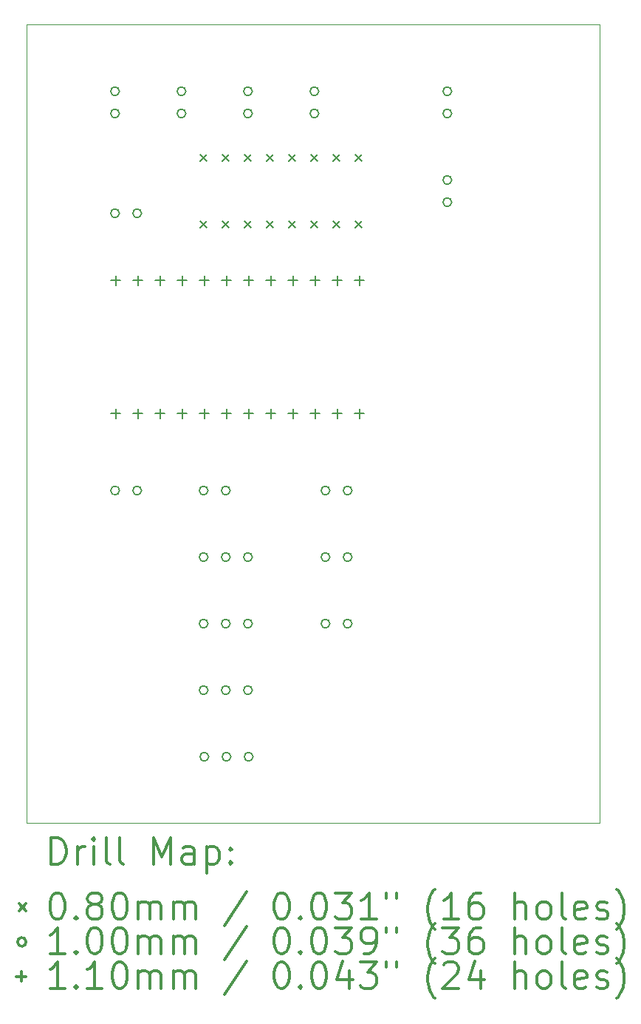
<source format=gbr>
%FSLAX45Y45*%
G04 Gerber Fmt 4.5, Leading zero omitted, Abs format (unit mm)*
G04 Created by KiCad (PCBNEW (5.1.4)-1) date 2019-11-27 14:19:10*
%MOMM*%
%LPD*%
G04 APERTURE LIST*
%ADD10C,0.050000*%
%ADD11C,0.200000*%
%ADD12C,0.300000*%
G04 APERTURE END LIST*
D10*
X10160000Y-3048000D02*
X16735000Y-3048000D01*
X16735000Y-3048000D02*
X16735000Y-12192500D01*
X10160000Y-12192000D02*
X16735000Y-12192500D01*
X10160000Y-11049000D02*
X10160000Y-12192000D01*
X10160000Y-11049000D02*
X10160000Y-3048000D01*
D11*
X12152000Y-4532000D02*
X12232000Y-4612000D01*
X12232000Y-4532000D02*
X12152000Y-4612000D01*
X12152000Y-5294000D02*
X12232000Y-5374000D01*
X12232000Y-5294000D02*
X12152000Y-5374000D01*
X12406000Y-4532000D02*
X12486000Y-4612000D01*
X12486000Y-4532000D02*
X12406000Y-4612000D01*
X12406000Y-5294000D02*
X12486000Y-5374000D01*
X12486000Y-5294000D02*
X12406000Y-5374000D01*
X12660000Y-4532000D02*
X12740000Y-4612000D01*
X12740000Y-4532000D02*
X12660000Y-4612000D01*
X12660000Y-5294000D02*
X12740000Y-5374000D01*
X12740000Y-5294000D02*
X12660000Y-5374000D01*
X12914000Y-4532000D02*
X12994000Y-4612000D01*
X12994000Y-4532000D02*
X12914000Y-4612000D01*
X12914000Y-5294000D02*
X12994000Y-5374000D01*
X12994000Y-5294000D02*
X12914000Y-5374000D01*
X13168000Y-4532000D02*
X13248000Y-4612000D01*
X13248000Y-4532000D02*
X13168000Y-4612000D01*
X13168000Y-5294000D02*
X13248000Y-5374000D01*
X13248000Y-5294000D02*
X13168000Y-5374000D01*
X13422000Y-4532000D02*
X13502000Y-4612000D01*
X13502000Y-4532000D02*
X13422000Y-4612000D01*
X13422000Y-5294000D02*
X13502000Y-5374000D01*
X13502000Y-5294000D02*
X13422000Y-5374000D01*
X13676000Y-4532000D02*
X13756000Y-4612000D01*
X13756000Y-4532000D02*
X13676000Y-4612000D01*
X13676000Y-5294000D02*
X13756000Y-5374000D01*
X13756000Y-5294000D02*
X13676000Y-5374000D01*
X13930000Y-4532000D02*
X14010000Y-4612000D01*
X14010000Y-4532000D02*
X13930000Y-4612000D01*
X13930000Y-5294000D02*
X14010000Y-5374000D01*
X14010000Y-5294000D02*
X13930000Y-5374000D01*
X11988000Y-3810000D02*
G75*
G03X11988000Y-3810000I-50000J0D01*
G01*
X11988000Y-4064000D02*
G75*
G03X11988000Y-4064000I-50000J0D01*
G01*
X13512000Y-3810000D02*
G75*
G03X13512000Y-3810000I-50000J0D01*
G01*
X13512000Y-4064000D02*
G75*
G03X13512000Y-4064000I-50000J0D01*
G01*
X15036000Y-3810000D02*
G75*
G03X15036000Y-3810000I-50000J0D01*
G01*
X15036000Y-4064000D02*
G75*
G03X15036000Y-4064000I-50000J0D01*
G01*
X12242000Y-9906000D02*
G75*
G03X12242000Y-9906000I-50000J0D01*
G01*
X12496000Y-9906000D02*
G75*
G03X12496000Y-9906000I-50000J0D01*
G01*
X12750000Y-9906000D02*
G75*
G03X12750000Y-9906000I-50000J0D01*
G01*
X12750000Y-3810000D02*
G75*
G03X12750000Y-3810000I-50000J0D01*
G01*
X12750000Y-4064000D02*
G75*
G03X12750000Y-4064000I-50000J0D01*
G01*
X15036000Y-4826000D02*
G75*
G03X15036000Y-4826000I-50000J0D01*
G01*
X15036000Y-5080000D02*
G75*
G03X15036000Y-5080000I-50000J0D01*
G01*
X13639000Y-9144000D02*
G75*
G03X13639000Y-9144000I-50000J0D01*
G01*
X13893000Y-9144000D02*
G75*
G03X13893000Y-9144000I-50000J0D01*
G01*
X12242000Y-8382000D02*
G75*
G03X12242000Y-8382000I-50000J0D01*
G01*
X12496000Y-8382000D02*
G75*
G03X12496000Y-8382000I-50000J0D01*
G01*
X12250000Y-11430000D02*
G75*
G03X12250000Y-11430000I-50000J0D01*
G01*
X12504000Y-11430000D02*
G75*
G03X12504000Y-11430000I-50000J0D01*
G01*
X12758000Y-11430000D02*
G75*
G03X12758000Y-11430000I-50000J0D01*
G01*
X11226000Y-5207000D02*
G75*
G03X11226000Y-5207000I-50000J0D01*
G01*
X11480000Y-5207000D02*
G75*
G03X11480000Y-5207000I-50000J0D01*
G01*
X12242000Y-9144000D02*
G75*
G03X12242000Y-9144000I-50000J0D01*
G01*
X12496000Y-9144000D02*
G75*
G03X12496000Y-9144000I-50000J0D01*
G01*
X12750000Y-9144000D02*
G75*
G03X12750000Y-9144000I-50000J0D01*
G01*
X11226000Y-3810000D02*
G75*
G03X11226000Y-3810000I-50000J0D01*
G01*
X11226000Y-4064000D02*
G75*
G03X11226000Y-4064000I-50000J0D01*
G01*
X13639000Y-8382000D02*
G75*
G03X13639000Y-8382000I-50000J0D01*
G01*
X13893000Y-8382000D02*
G75*
G03X13893000Y-8382000I-50000J0D01*
G01*
X12242000Y-10668000D02*
G75*
G03X12242000Y-10668000I-50000J0D01*
G01*
X12496000Y-10668000D02*
G75*
G03X12496000Y-10668000I-50000J0D01*
G01*
X12750000Y-10668000D02*
G75*
G03X12750000Y-10668000I-50000J0D01*
G01*
X11480000Y-8382000D02*
G75*
G03X11480000Y-8382000I-50000J0D01*
G01*
X11227000Y-8382000D02*
G75*
G03X11227000Y-8382000I-50000J0D01*
G01*
X13639000Y-9906000D02*
G75*
G03X13639000Y-9906000I-50000J0D01*
G01*
X13893000Y-9906000D02*
G75*
G03X13893000Y-9906000I-50000J0D01*
G01*
X11183500Y-5921500D02*
X11183500Y-6031500D01*
X11128500Y-5976500D02*
X11238500Y-5976500D01*
X11183500Y-7445500D02*
X11183500Y-7555500D01*
X11128500Y-7500500D02*
X11238500Y-7500500D01*
X11437500Y-5921500D02*
X11437500Y-6031500D01*
X11382500Y-5976500D02*
X11492500Y-5976500D01*
X11437500Y-7445500D02*
X11437500Y-7555500D01*
X11382500Y-7500500D02*
X11492500Y-7500500D01*
X11691500Y-5921500D02*
X11691500Y-6031500D01*
X11636500Y-5976500D02*
X11746500Y-5976500D01*
X11691500Y-7445500D02*
X11691500Y-7555500D01*
X11636500Y-7500500D02*
X11746500Y-7500500D01*
X11945500Y-5921500D02*
X11945500Y-6031500D01*
X11890500Y-5976500D02*
X12000500Y-5976500D01*
X11945500Y-7445500D02*
X11945500Y-7555500D01*
X11890500Y-7500500D02*
X12000500Y-7500500D01*
X12199500Y-5921500D02*
X12199500Y-6031500D01*
X12144500Y-5976500D02*
X12254500Y-5976500D01*
X12199500Y-7445500D02*
X12199500Y-7555500D01*
X12144500Y-7500500D02*
X12254500Y-7500500D01*
X12453500Y-5921500D02*
X12453500Y-6031500D01*
X12398500Y-5976500D02*
X12508500Y-5976500D01*
X12453500Y-7445500D02*
X12453500Y-7555500D01*
X12398500Y-7500500D02*
X12508500Y-7500500D01*
X12707500Y-5921500D02*
X12707500Y-6031500D01*
X12652500Y-5976500D02*
X12762500Y-5976500D01*
X12707500Y-7445500D02*
X12707500Y-7555500D01*
X12652500Y-7500500D02*
X12762500Y-7500500D01*
X12961500Y-5921500D02*
X12961500Y-6031500D01*
X12906500Y-5976500D02*
X13016500Y-5976500D01*
X12961500Y-7445500D02*
X12961500Y-7555500D01*
X12906500Y-7500500D02*
X13016500Y-7500500D01*
X13215500Y-5921500D02*
X13215500Y-6031500D01*
X13160500Y-5976500D02*
X13270500Y-5976500D01*
X13215500Y-7445500D02*
X13215500Y-7555500D01*
X13160500Y-7500500D02*
X13270500Y-7500500D01*
X13469500Y-5921500D02*
X13469500Y-6031500D01*
X13414500Y-5976500D02*
X13524500Y-5976500D01*
X13469500Y-7445500D02*
X13469500Y-7555500D01*
X13414500Y-7500500D02*
X13524500Y-7500500D01*
X13723500Y-5921500D02*
X13723500Y-6031500D01*
X13668500Y-5976500D02*
X13778500Y-5976500D01*
X13723500Y-7445500D02*
X13723500Y-7555500D01*
X13668500Y-7500500D02*
X13778500Y-7500500D01*
X13977500Y-5921500D02*
X13977500Y-6031500D01*
X13922500Y-5976500D02*
X14032500Y-5976500D01*
X13977500Y-7445500D02*
X13977500Y-7555500D01*
X13922500Y-7500500D02*
X14032500Y-7500500D01*
D12*
X10443928Y-12660714D02*
X10443928Y-12360714D01*
X10515357Y-12360714D01*
X10558214Y-12375000D01*
X10586786Y-12403571D01*
X10601071Y-12432143D01*
X10615357Y-12489286D01*
X10615357Y-12532143D01*
X10601071Y-12589286D01*
X10586786Y-12617857D01*
X10558214Y-12646429D01*
X10515357Y-12660714D01*
X10443928Y-12660714D01*
X10743928Y-12660714D02*
X10743928Y-12460714D01*
X10743928Y-12517857D02*
X10758214Y-12489286D01*
X10772500Y-12475000D01*
X10801071Y-12460714D01*
X10829643Y-12460714D01*
X10929643Y-12660714D02*
X10929643Y-12460714D01*
X10929643Y-12360714D02*
X10915357Y-12375000D01*
X10929643Y-12389286D01*
X10943928Y-12375000D01*
X10929643Y-12360714D01*
X10929643Y-12389286D01*
X11115357Y-12660714D02*
X11086786Y-12646429D01*
X11072500Y-12617857D01*
X11072500Y-12360714D01*
X11272500Y-12660714D02*
X11243928Y-12646429D01*
X11229643Y-12617857D01*
X11229643Y-12360714D01*
X11615357Y-12660714D02*
X11615357Y-12360714D01*
X11715357Y-12575000D01*
X11815357Y-12360714D01*
X11815357Y-12660714D01*
X12086786Y-12660714D02*
X12086786Y-12503571D01*
X12072500Y-12475000D01*
X12043928Y-12460714D01*
X11986786Y-12460714D01*
X11958214Y-12475000D01*
X12086786Y-12646429D02*
X12058214Y-12660714D01*
X11986786Y-12660714D01*
X11958214Y-12646429D01*
X11943928Y-12617857D01*
X11943928Y-12589286D01*
X11958214Y-12560714D01*
X11986786Y-12546429D01*
X12058214Y-12546429D01*
X12086786Y-12532143D01*
X12229643Y-12460714D02*
X12229643Y-12760714D01*
X12229643Y-12475000D02*
X12258214Y-12460714D01*
X12315357Y-12460714D01*
X12343928Y-12475000D01*
X12358214Y-12489286D01*
X12372500Y-12517857D01*
X12372500Y-12603571D01*
X12358214Y-12632143D01*
X12343928Y-12646429D01*
X12315357Y-12660714D01*
X12258214Y-12660714D01*
X12229643Y-12646429D01*
X12501071Y-12632143D02*
X12515357Y-12646429D01*
X12501071Y-12660714D01*
X12486786Y-12646429D01*
X12501071Y-12632143D01*
X12501071Y-12660714D01*
X12501071Y-12475000D02*
X12515357Y-12489286D01*
X12501071Y-12503571D01*
X12486786Y-12489286D01*
X12501071Y-12475000D01*
X12501071Y-12503571D01*
X10077500Y-13115000D02*
X10157500Y-13195000D01*
X10157500Y-13115000D02*
X10077500Y-13195000D01*
X10501071Y-12990714D02*
X10529643Y-12990714D01*
X10558214Y-13005000D01*
X10572500Y-13019286D01*
X10586786Y-13047857D01*
X10601071Y-13105000D01*
X10601071Y-13176429D01*
X10586786Y-13233571D01*
X10572500Y-13262143D01*
X10558214Y-13276429D01*
X10529643Y-13290714D01*
X10501071Y-13290714D01*
X10472500Y-13276429D01*
X10458214Y-13262143D01*
X10443928Y-13233571D01*
X10429643Y-13176429D01*
X10429643Y-13105000D01*
X10443928Y-13047857D01*
X10458214Y-13019286D01*
X10472500Y-13005000D01*
X10501071Y-12990714D01*
X10729643Y-13262143D02*
X10743928Y-13276429D01*
X10729643Y-13290714D01*
X10715357Y-13276429D01*
X10729643Y-13262143D01*
X10729643Y-13290714D01*
X10915357Y-13119286D02*
X10886786Y-13105000D01*
X10872500Y-13090714D01*
X10858214Y-13062143D01*
X10858214Y-13047857D01*
X10872500Y-13019286D01*
X10886786Y-13005000D01*
X10915357Y-12990714D01*
X10972500Y-12990714D01*
X11001071Y-13005000D01*
X11015357Y-13019286D01*
X11029643Y-13047857D01*
X11029643Y-13062143D01*
X11015357Y-13090714D01*
X11001071Y-13105000D01*
X10972500Y-13119286D01*
X10915357Y-13119286D01*
X10886786Y-13133571D01*
X10872500Y-13147857D01*
X10858214Y-13176429D01*
X10858214Y-13233571D01*
X10872500Y-13262143D01*
X10886786Y-13276429D01*
X10915357Y-13290714D01*
X10972500Y-13290714D01*
X11001071Y-13276429D01*
X11015357Y-13262143D01*
X11029643Y-13233571D01*
X11029643Y-13176429D01*
X11015357Y-13147857D01*
X11001071Y-13133571D01*
X10972500Y-13119286D01*
X11215357Y-12990714D02*
X11243928Y-12990714D01*
X11272500Y-13005000D01*
X11286786Y-13019286D01*
X11301071Y-13047857D01*
X11315357Y-13105000D01*
X11315357Y-13176429D01*
X11301071Y-13233571D01*
X11286786Y-13262143D01*
X11272500Y-13276429D01*
X11243928Y-13290714D01*
X11215357Y-13290714D01*
X11186786Y-13276429D01*
X11172500Y-13262143D01*
X11158214Y-13233571D01*
X11143928Y-13176429D01*
X11143928Y-13105000D01*
X11158214Y-13047857D01*
X11172500Y-13019286D01*
X11186786Y-13005000D01*
X11215357Y-12990714D01*
X11443928Y-13290714D02*
X11443928Y-13090714D01*
X11443928Y-13119286D02*
X11458214Y-13105000D01*
X11486786Y-13090714D01*
X11529643Y-13090714D01*
X11558214Y-13105000D01*
X11572500Y-13133571D01*
X11572500Y-13290714D01*
X11572500Y-13133571D02*
X11586786Y-13105000D01*
X11615357Y-13090714D01*
X11658214Y-13090714D01*
X11686786Y-13105000D01*
X11701071Y-13133571D01*
X11701071Y-13290714D01*
X11843928Y-13290714D02*
X11843928Y-13090714D01*
X11843928Y-13119286D02*
X11858214Y-13105000D01*
X11886786Y-13090714D01*
X11929643Y-13090714D01*
X11958214Y-13105000D01*
X11972500Y-13133571D01*
X11972500Y-13290714D01*
X11972500Y-13133571D02*
X11986786Y-13105000D01*
X12015357Y-13090714D01*
X12058214Y-13090714D01*
X12086786Y-13105000D01*
X12101071Y-13133571D01*
X12101071Y-13290714D01*
X12686786Y-12976429D02*
X12429643Y-13362143D01*
X13072500Y-12990714D02*
X13101071Y-12990714D01*
X13129643Y-13005000D01*
X13143928Y-13019286D01*
X13158214Y-13047857D01*
X13172500Y-13105000D01*
X13172500Y-13176429D01*
X13158214Y-13233571D01*
X13143928Y-13262143D01*
X13129643Y-13276429D01*
X13101071Y-13290714D01*
X13072500Y-13290714D01*
X13043928Y-13276429D01*
X13029643Y-13262143D01*
X13015357Y-13233571D01*
X13001071Y-13176429D01*
X13001071Y-13105000D01*
X13015357Y-13047857D01*
X13029643Y-13019286D01*
X13043928Y-13005000D01*
X13072500Y-12990714D01*
X13301071Y-13262143D02*
X13315357Y-13276429D01*
X13301071Y-13290714D01*
X13286786Y-13276429D01*
X13301071Y-13262143D01*
X13301071Y-13290714D01*
X13501071Y-12990714D02*
X13529643Y-12990714D01*
X13558214Y-13005000D01*
X13572500Y-13019286D01*
X13586786Y-13047857D01*
X13601071Y-13105000D01*
X13601071Y-13176429D01*
X13586786Y-13233571D01*
X13572500Y-13262143D01*
X13558214Y-13276429D01*
X13529643Y-13290714D01*
X13501071Y-13290714D01*
X13472500Y-13276429D01*
X13458214Y-13262143D01*
X13443928Y-13233571D01*
X13429643Y-13176429D01*
X13429643Y-13105000D01*
X13443928Y-13047857D01*
X13458214Y-13019286D01*
X13472500Y-13005000D01*
X13501071Y-12990714D01*
X13701071Y-12990714D02*
X13886786Y-12990714D01*
X13786786Y-13105000D01*
X13829643Y-13105000D01*
X13858214Y-13119286D01*
X13872500Y-13133571D01*
X13886786Y-13162143D01*
X13886786Y-13233571D01*
X13872500Y-13262143D01*
X13858214Y-13276429D01*
X13829643Y-13290714D01*
X13743928Y-13290714D01*
X13715357Y-13276429D01*
X13701071Y-13262143D01*
X14172500Y-13290714D02*
X14001071Y-13290714D01*
X14086786Y-13290714D02*
X14086786Y-12990714D01*
X14058214Y-13033571D01*
X14029643Y-13062143D01*
X14001071Y-13076429D01*
X14286786Y-12990714D02*
X14286786Y-13047857D01*
X14401071Y-12990714D02*
X14401071Y-13047857D01*
X14843928Y-13405000D02*
X14829643Y-13390714D01*
X14801071Y-13347857D01*
X14786786Y-13319286D01*
X14772500Y-13276429D01*
X14758214Y-13205000D01*
X14758214Y-13147857D01*
X14772500Y-13076429D01*
X14786786Y-13033571D01*
X14801071Y-13005000D01*
X14829643Y-12962143D01*
X14843928Y-12947857D01*
X15115357Y-13290714D02*
X14943928Y-13290714D01*
X15029643Y-13290714D02*
X15029643Y-12990714D01*
X15001071Y-13033571D01*
X14972500Y-13062143D01*
X14943928Y-13076429D01*
X15372500Y-12990714D02*
X15315357Y-12990714D01*
X15286786Y-13005000D01*
X15272500Y-13019286D01*
X15243928Y-13062143D01*
X15229643Y-13119286D01*
X15229643Y-13233571D01*
X15243928Y-13262143D01*
X15258214Y-13276429D01*
X15286786Y-13290714D01*
X15343928Y-13290714D01*
X15372500Y-13276429D01*
X15386786Y-13262143D01*
X15401071Y-13233571D01*
X15401071Y-13162143D01*
X15386786Y-13133571D01*
X15372500Y-13119286D01*
X15343928Y-13105000D01*
X15286786Y-13105000D01*
X15258214Y-13119286D01*
X15243928Y-13133571D01*
X15229643Y-13162143D01*
X15758214Y-13290714D02*
X15758214Y-12990714D01*
X15886786Y-13290714D02*
X15886786Y-13133571D01*
X15872500Y-13105000D01*
X15843928Y-13090714D01*
X15801071Y-13090714D01*
X15772500Y-13105000D01*
X15758214Y-13119286D01*
X16072500Y-13290714D02*
X16043928Y-13276429D01*
X16029643Y-13262143D01*
X16015357Y-13233571D01*
X16015357Y-13147857D01*
X16029643Y-13119286D01*
X16043928Y-13105000D01*
X16072500Y-13090714D01*
X16115357Y-13090714D01*
X16143928Y-13105000D01*
X16158214Y-13119286D01*
X16172500Y-13147857D01*
X16172500Y-13233571D01*
X16158214Y-13262143D01*
X16143928Y-13276429D01*
X16115357Y-13290714D01*
X16072500Y-13290714D01*
X16343928Y-13290714D02*
X16315357Y-13276429D01*
X16301071Y-13247857D01*
X16301071Y-12990714D01*
X16572500Y-13276429D02*
X16543928Y-13290714D01*
X16486786Y-13290714D01*
X16458214Y-13276429D01*
X16443928Y-13247857D01*
X16443928Y-13133571D01*
X16458214Y-13105000D01*
X16486786Y-13090714D01*
X16543928Y-13090714D01*
X16572500Y-13105000D01*
X16586786Y-13133571D01*
X16586786Y-13162143D01*
X16443928Y-13190714D01*
X16701071Y-13276429D02*
X16729643Y-13290714D01*
X16786786Y-13290714D01*
X16815357Y-13276429D01*
X16829643Y-13247857D01*
X16829643Y-13233571D01*
X16815357Y-13205000D01*
X16786786Y-13190714D01*
X16743928Y-13190714D01*
X16715357Y-13176429D01*
X16701071Y-13147857D01*
X16701071Y-13133571D01*
X16715357Y-13105000D01*
X16743928Y-13090714D01*
X16786786Y-13090714D01*
X16815357Y-13105000D01*
X16929643Y-13405000D02*
X16943928Y-13390714D01*
X16972500Y-13347857D01*
X16986786Y-13319286D01*
X17001071Y-13276429D01*
X17015357Y-13205000D01*
X17015357Y-13147857D01*
X17001071Y-13076429D01*
X16986786Y-13033571D01*
X16972500Y-13005000D01*
X16943928Y-12962143D01*
X16929643Y-12947857D01*
X10157500Y-13551000D02*
G75*
G03X10157500Y-13551000I-50000J0D01*
G01*
X10601071Y-13686714D02*
X10429643Y-13686714D01*
X10515357Y-13686714D02*
X10515357Y-13386714D01*
X10486786Y-13429571D01*
X10458214Y-13458143D01*
X10429643Y-13472429D01*
X10729643Y-13658143D02*
X10743928Y-13672429D01*
X10729643Y-13686714D01*
X10715357Y-13672429D01*
X10729643Y-13658143D01*
X10729643Y-13686714D01*
X10929643Y-13386714D02*
X10958214Y-13386714D01*
X10986786Y-13401000D01*
X11001071Y-13415286D01*
X11015357Y-13443857D01*
X11029643Y-13501000D01*
X11029643Y-13572429D01*
X11015357Y-13629571D01*
X11001071Y-13658143D01*
X10986786Y-13672429D01*
X10958214Y-13686714D01*
X10929643Y-13686714D01*
X10901071Y-13672429D01*
X10886786Y-13658143D01*
X10872500Y-13629571D01*
X10858214Y-13572429D01*
X10858214Y-13501000D01*
X10872500Y-13443857D01*
X10886786Y-13415286D01*
X10901071Y-13401000D01*
X10929643Y-13386714D01*
X11215357Y-13386714D02*
X11243928Y-13386714D01*
X11272500Y-13401000D01*
X11286786Y-13415286D01*
X11301071Y-13443857D01*
X11315357Y-13501000D01*
X11315357Y-13572429D01*
X11301071Y-13629571D01*
X11286786Y-13658143D01*
X11272500Y-13672429D01*
X11243928Y-13686714D01*
X11215357Y-13686714D01*
X11186786Y-13672429D01*
X11172500Y-13658143D01*
X11158214Y-13629571D01*
X11143928Y-13572429D01*
X11143928Y-13501000D01*
X11158214Y-13443857D01*
X11172500Y-13415286D01*
X11186786Y-13401000D01*
X11215357Y-13386714D01*
X11443928Y-13686714D02*
X11443928Y-13486714D01*
X11443928Y-13515286D02*
X11458214Y-13501000D01*
X11486786Y-13486714D01*
X11529643Y-13486714D01*
X11558214Y-13501000D01*
X11572500Y-13529571D01*
X11572500Y-13686714D01*
X11572500Y-13529571D02*
X11586786Y-13501000D01*
X11615357Y-13486714D01*
X11658214Y-13486714D01*
X11686786Y-13501000D01*
X11701071Y-13529571D01*
X11701071Y-13686714D01*
X11843928Y-13686714D02*
X11843928Y-13486714D01*
X11843928Y-13515286D02*
X11858214Y-13501000D01*
X11886786Y-13486714D01*
X11929643Y-13486714D01*
X11958214Y-13501000D01*
X11972500Y-13529571D01*
X11972500Y-13686714D01*
X11972500Y-13529571D02*
X11986786Y-13501000D01*
X12015357Y-13486714D01*
X12058214Y-13486714D01*
X12086786Y-13501000D01*
X12101071Y-13529571D01*
X12101071Y-13686714D01*
X12686786Y-13372429D02*
X12429643Y-13758143D01*
X13072500Y-13386714D02*
X13101071Y-13386714D01*
X13129643Y-13401000D01*
X13143928Y-13415286D01*
X13158214Y-13443857D01*
X13172500Y-13501000D01*
X13172500Y-13572429D01*
X13158214Y-13629571D01*
X13143928Y-13658143D01*
X13129643Y-13672429D01*
X13101071Y-13686714D01*
X13072500Y-13686714D01*
X13043928Y-13672429D01*
X13029643Y-13658143D01*
X13015357Y-13629571D01*
X13001071Y-13572429D01*
X13001071Y-13501000D01*
X13015357Y-13443857D01*
X13029643Y-13415286D01*
X13043928Y-13401000D01*
X13072500Y-13386714D01*
X13301071Y-13658143D02*
X13315357Y-13672429D01*
X13301071Y-13686714D01*
X13286786Y-13672429D01*
X13301071Y-13658143D01*
X13301071Y-13686714D01*
X13501071Y-13386714D02*
X13529643Y-13386714D01*
X13558214Y-13401000D01*
X13572500Y-13415286D01*
X13586786Y-13443857D01*
X13601071Y-13501000D01*
X13601071Y-13572429D01*
X13586786Y-13629571D01*
X13572500Y-13658143D01*
X13558214Y-13672429D01*
X13529643Y-13686714D01*
X13501071Y-13686714D01*
X13472500Y-13672429D01*
X13458214Y-13658143D01*
X13443928Y-13629571D01*
X13429643Y-13572429D01*
X13429643Y-13501000D01*
X13443928Y-13443857D01*
X13458214Y-13415286D01*
X13472500Y-13401000D01*
X13501071Y-13386714D01*
X13701071Y-13386714D02*
X13886786Y-13386714D01*
X13786786Y-13501000D01*
X13829643Y-13501000D01*
X13858214Y-13515286D01*
X13872500Y-13529571D01*
X13886786Y-13558143D01*
X13886786Y-13629571D01*
X13872500Y-13658143D01*
X13858214Y-13672429D01*
X13829643Y-13686714D01*
X13743928Y-13686714D01*
X13715357Y-13672429D01*
X13701071Y-13658143D01*
X14029643Y-13686714D02*
X14086786Y-13686714D01*
X14115357Y-13672429D01*
X14129643Y-13658143D01*
X14158214Y-13615286D01*
X14172500Y-13558143D01*
X14172500Y-13443857D01*
X14158214Y-13415286D01*
X14143928Y-13401000D01*
X14115357Y-13386714D01*
X14058214Y-13386714D01*
X14029643Y-13401000D01*
X14015357Y-13415286D01*
X14001071Y-13443857D01*
X14001071Y-13515286D01*
X14015357Y-13543857D01*
X14029643Y-13558143D01*
X14058214Y-13572429D01*
X14115357Y-13572429D01*
X14143928Y-13558143D01*
X14158214Y-13543857D01*
X14172500Y-13515286D01*
X14286786Y-13386714D02*
X14286786Y-13443857D01*
X14401071Y-13386714D02*
X14401071Y-13443857D01*
X14843928Y-13801000D02*
X14829643Y-13786714D01*
X14801071Y-13743857D01*
X14786786Y-13715286D01*
X14772500Y-13672429D01*
X14758214Y-13601000D01*
X14758214Y-13543857D01*
X14772500Y-13472429D01*
X14786786Y-13429571D01*
X14801071Y-13401000D01*
X14829643Y-13358143D01*
X14843928Y-13343857D01*
X14929643Y-13386714D02*
X15115357Y-13386714D01*
X15015357Y-13501000D01*
X15058214Y-13501000D01*
X15086786Y-13515286D01*
X15101071Y-13529571D01*
X15115357Y-13558143D01*
X15115357Y-13629571D01*
X15101071Y-13658143D01*
X15086786Y-13672429D01*
X15058214Y-13686714D01*
X14972500Y-13686714D01*
X14943928Y-13672429D01*
X14929643Y-13658143D01*
X15372500Y-13386714D02*
X15315357Y-13386714D01*
X15286786Y-13401000D01*
X15272500Y-13415286D01*
X15243928Y-13458143D01*
X15229643Y-13515286D01*
X15229643Y-13629571D01*
X15243928Y-13658143D01*
X15258214Y-13672429D01*
X15286786Y-13686714D01*
X15343928Y-13686714D01*
X15372500Y-13672429D01*
X15386786Y-13658143D01*
X15401071Y-13629571D01*
X15401071Y-13558143D01*
X15386786Y-13529571D01*
X15372500Y-13515286D01*
X15343928Y-13501000D01*
X15286786Y-13501000D01*
X15258214Y-13515286D01*
X15243928Y-13529571D01*
X15229643Y-13558143D01*
X15758214Y-13686714D02*
X15758214Y-13386714D01*
X15886786Y-13686714D02*
X15886786Y-13529571D01*
X15872500Y-13501000D01*
X15843928Y-13486714D01*
X15801071Y-13486714D01*
X15772500Y-13501000D01*
X15758214Y-13515286D01*
X16072500Y-13686714D02*
X16043928Y-13672429D01*
X16029643Y-13658143D01*
X16015357Y-13629571D01*
X16015357Y-13543857D01*
X16029643Y-13515286D01*
X16043928Y-13501000D01*
X16072500Y-13486714D01*
X16115357Y-13486714D01*
X16143928Y-13501000D01*
X16158214Y-13515286D01*
X16172500Y-13543857D01*
X16172500Y-13629571D01*
X16158214Y-13658143D01*
X16143928Y-13672429D01*
X16115357Y-13686714D01*
X16072500Y-13686714D01*
X16343928Y-13686714D02*
X16315357Y-13672429D01*
X16301071Y-13643857D01*
X16301071Y-13386714D01*
X16572500Y-13672429D02*
X16543928Y-13686714D01*
X16486786Y-13686714D01*
X16458214Y-13672429D01*
X16443928Y-13643857D01*
X16443928Y-13529571D01*
X16458214Y-13501000D01*
X16486786Y-13486714D01*
X16543928Y-13486714D01*
X16572500Y-13501000D01*
X16586786Y-13529571D01*
X16586786Y-13558143D01*
X16443928Y-13586714D01*
X16701071Y-13672429D02*
X16729643Y-13686714D01*
X16786786Y-13686714D01*
X16815357Y-13672429D01*
X16829643Y-13643857D01*
X16829643Y-13629571D01*
X16815357Y-13601000D01*
X16786786Y-13586714D01*
X16743928Y-13586714D01*
X16715357Y-13572429D01*
X16701071Y-13543857D01*
X16701071Y-13529571D01*
X16715357Y-13501000D01*
X16743928Y-13486714D01*
X16786786Y-13486714D01*
X16815357Y-13501000D01*
X16929643Y-13801000D02*
X16943928Y-13786714D01*
X16972500Y-13743857D01*
X16986786Y-13715286D01*
X17001071Y-13672429D01*
X17015357Y-13601000D01*
X17015357Y-13543857D01*
X17001071Y-13472429D01*
X16986786Y-13429571D01*
X16972500Y-13401000D01*
X16943928Y-13358143D01*
X16929643Y-13343857D01*
X10102500Y-13892000D02*
X10102500Y-14002000D01*
X10047500Y-13947000D02*
X10157500Y-13947000D01*
X10601071Y-14082714D02*
X10429643Y-14082714D01*
X10515357Y-14082714D02*
X10515357Y-13782714D01*
X10486786Y-13825571D01*
X10458214Y-13854143D01*
X10429643Y-13868429D01*
X10729643Y-14054143D02*
X10743928Y-14068429D01*
X10729643Y-14082714D01*
X10715357Y-14068429D01*
X10729643Y-14054143D01*
X10729643Y-14082714D01*
X11029643Y-14082714D02*
X10858214Y-14082714D01*
X10943928Y-14082714D02*
X10943928Y-13782714D01*
X10915357Y-13825571D01*
X10886786Y-13854143D01*
X10858214Y-13868429D01*
X11215357Y-13782714D02*
X11243928Y-13782714D01*
X11272500Y-13797000D01*
X11286786Y-13811286D01*
X11301071Y-13839857D01*
X11315357Y-13897000D01*
X11315357Y-13968429D01*
X11301071Y-14025571D01*
X11286786Y-14054143D01*
X11272500Y-14068429D01*
X11243928Y-14082714D01*
X11215357Y-14082714D01*
X11186786Y-14068429D01*
X11172500Y-14054143D01*
X11158214Y-14025571D01*
X11143928Y-13968429D01*
X11143928Y-13897000D01*
X11158214Y-13839857D01*
X11172500Y-13811286D01*
X11186786Y-13797000D01*
X11215357Y-13782714D01*
X11443928Y-14082714D02*
X11443928Y-13882714D01*
X11443928Y-13911286D02*
X11458214Y-13897000D01*
X11486786Y-13882714D01*
X11529643Y-13882714D01*
X11558214Y-13897000D01*
X11572500Y-13925571D01*
X11572500Y-14082714D01*
X11572500Y-13925571D02*
X11586786Y-13897000D01*
X11615357Y-13882714D01*
X11658214Y-13882714D01*
X11686786Y-13897000D01*
X11701071Y-13925571D01*
X11701071Y-14082714D01*
X11843928Y-14082714D02*
X11843928Y-13882714D01*
X11843928Y-13911286D02*
X11858214Y-13897000D01*
X11886786Y-13882714D01*
X11929643Y-13882714D01*
X11958214Y-13897000D01*
X11972500Y-13925571D01*
X11972500Y-14082714D01*
X11972500Y-13925571D02*
X11986786Y-13897000D01*
X12015357Y-13882714D01*
X12058214Y-13882714D01*
X12086786Y-13897000D01*
X12101071Y-13925571D01*
X12101071Y-14082714D01*
X12686786Y-13768429D02*
X12429643Y-14154143D01*
X13072500Y-13782714D02*
X13101071Y-13782714D01*
X13129643Y-13797000D01*
X13143928Y-13811286D01*
X13158214Y-13839857D01*
X13172500Y-13897000D01*
X13172500Y-13968429D01*
X13158214Y-14025571D01*
X13143928Y-14054143D01*
X13129643Y-14068429D01*
X13101071Y-14082714D01*
X13072500Y-14082714D01*
X13043928Y-14068429D01*
X13029643Y-14054143D01*
X13015357Y-14025571D01*
X13001071Y-13968429D01*
X13001071Y-13897000D01*
X13015357Y-13839857D01*
X13029643Y-13811286D01*
X13043928Y-13797000D01*
X13072500Y-13782714D01*
X13301071Y-14054143D02*
X13315357Y-14068429D01*
X13301071Y-14082714D01*
X13286786Y-14068429D01*
X13301071Y-14054143D01*
X13301071Y-14082714D01*
X13501071Y-13782714D02*
X13529643Y-13782714D01*
X13558214Y-13797000D01*
X13572500Y-13811286D01*
X13586786Y-13839857D01*
X13601071Y-13897000D01*
X13601071Y-13968429D01*
X13586786Y-14025571D01*
X13572500Y-14054143D01*
X13558214Y-14068429D01*
X13529643Y-14082714D01*
X13501071Y-14082714D01*
X13472500Y-14068429D01*
X13458214Y-14054143D01*
X13443928Y-14025571D01*
X13429643Y-13968429D01*
X13429643Y-13897000D01*
X13443928Y-13839857D01*
X13458214Y-13811286D01*
X13472500Y-13797000D01*
X13501071Y-13782714D01*
X13858214Y-13882714D02*
X13858214Y-14082714D01*
X13786786Y-13768429D02*
X13715357Y-13982714D01*
X13901071Y-13982714D01*
X13986786Y-13782714D02*
X14172500Y-13782714D01*
X14072500Y-13897000D01*
X14115357Y-13897000D01*
X14143928Y-13911286D01*
X14158214Y-13925571D01*
X14172500Y-13954143D01*
X14172500Y-14025571D01*
X14158214Y-14054143D01*
X14143928Y-14068429D01*
X14115357Y-14082714D01*
X14029643Y-14082714D01*
X14001071Y-14068429D01*
X13986786Y-14054143D01*
X14286786Y-13782714D02*
X14286786Y-13839857D01*
X14401071Y-13782714D02*
X14401071Y-13839857D01*
X14843928Y-14197000D02*
X14829643Y-14182714D01*
X14801071Y-14139857D01*
X14786786Y-14111286D01*
X14772500Y-14068429D01*
X14758214Y-13997000D01*
X14758214Y-13939857D01*
X14772500Y-13868429D01*
X14786786Y-13825571D01*
X14801071Y-13797000D01*
X14829643Y-13754143D01*
X14843928Y-13739857D01*
X14943928Y-13811286D02*
X14958214Y-13797000D01*
X14986786Y-13782714D01*
X15058214Y-13782714D01*
X15086786Y-13797000D01*
X15101071Y-13811286D01*
X15115357Y-13839857D01*
X15115357Y-13868429D01*
X15101071Y-13911286D01*
X14929643Y-14082714D01*
X15115357Y-14082714D01*
X15372500Y-13882714D02*
X15372500Y-14082714D01*
X15301071Y-13768429D02*
X15229643Y-13982714D01*
X15415357Y-13982714D01*
X15758214Y-14082714D02*
X15758214Y-13782714D01*
X15886786Y-14082714D02*
X15886786Y-13925571D01*
X15872500Y-13897000D01*
X15843928Y-13882714D01*
X15801071Y-13882714D01*
X15772500Y-13897000D01*
X15758214Y-13911286D01*
X16072500Y-14082714D02*
X16043928Y-14068429D01*
X16029643Y-14054143D01*
X16015357Y-14025571D01*
X16015357Y-13939857D01*
X16029643Y-13911286D01*
X16043928Y-13897000D01*
X16072500Y-13882714D01*
X16115357Y-13882714D01*
X16143928Y-13897000D01*
X16158214Y-13911286D01*
X16172500Y-13939857D01*
X16172500Y-14025571D01*
X16158214Y-14054143D01*
X16143928Y-14068429D01*
X16115357Y-14082714D01*
X16072500Y-14082714D01*
X16343928Y-14082714D02*
X16315357Y-14068429D01*
X16301071Y-14039857D01*
X16301071Y-13782714D01*
X16572500Y-14068429D02*
X16543928Y-14082714D01*
X16486786Y-14082714D01*
X16458214Y-14068429D01*
X16443928Y-14039857D01*
X16443928Y-13925571D01*
X16458214Y-13897000D01*
X16486786Y-13882714D01*
X16543928Y-13882714D01*
X16572500Y-13897000D01*
X16586786Y-13925571D01*
X16586786Y-13954143D01*
X16443928Y-13982714D01*
X16701071Y-14068429D02*
X16729643Y-14082714D01*
X16786786Y-14082714D01*
X16815357Y-14068429D01*
X16829643Y-14039857D01*
X16829643Y-14025571D01*
X16815357Y-13997000D01*
X16786786Y-13982714D01*
X16743928Y-13982714D01*
X16715357Y-13968429D01*
X16701071Y-13939857D01*
X16701071Y-13925571D01*
X16715357Y-13897000D01*
X16743928Y-13882714D01*
X16786786Y-13882714D01*
X16815357Y-13897000D01*
X16929643Y-14197000D02*
X16943928Y-14182714D01*
X16972500Y-14139857D01*
X16986786Y-14111286D01*
X17001071Y-14068429D01*
X17015357Y-13997000D01*
X17015357Y-13939857D01*
X17001071Y-13868429D01*
X16986786Y-13825571D01*
X16972500Y-13797000D01*
X16943928Y-13754143D01*
X16929643Y-13739857D01*
M02*

</source>
